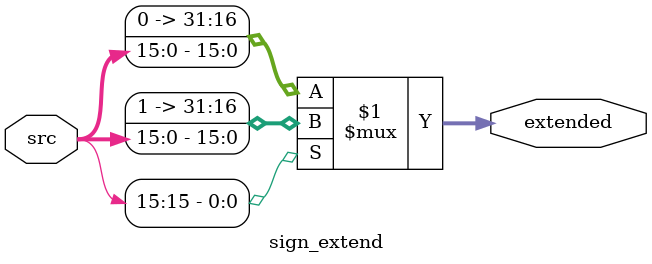
<source format=v>
`timescale 1ns / 1ps
/*
 * Engineer: Minstrel Hall
 * Create Date:    23:15:17 04/22/2016
 * Description:
 *
 * Dependencies:
 *
 * Revision:
 *
 */

module sign_extend(
	output [31:0] extended,
	input [15:0] src
    );

	assign extended = src[15] ? {16'hFFFF, src} : {16'h0, src};

endmodule

</source>
